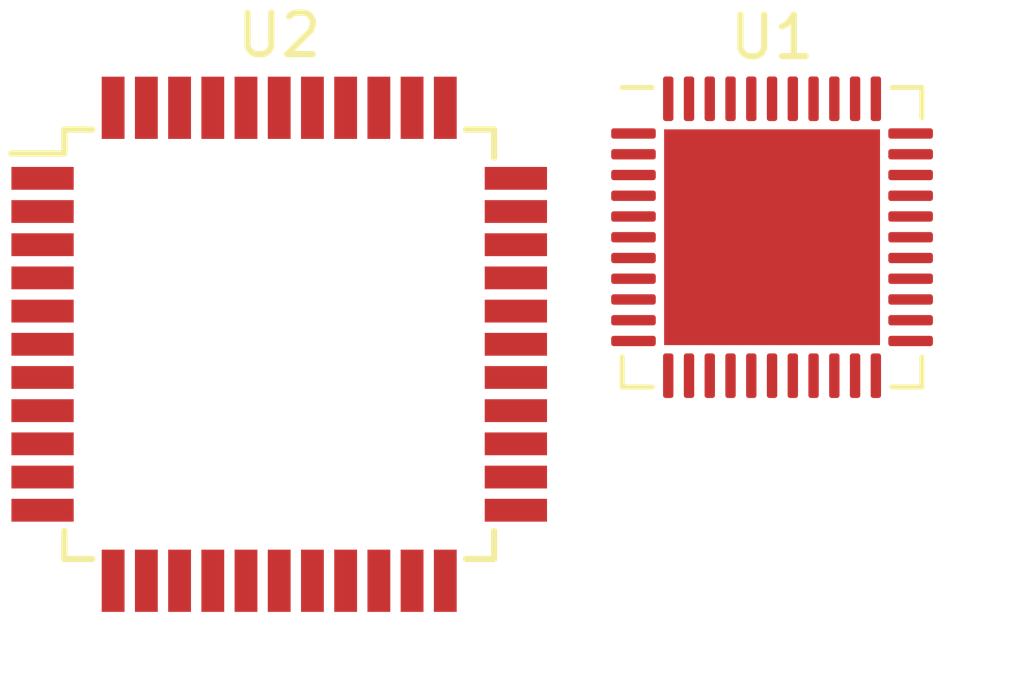
<source format=kicad_pcb>
(kicad_pcb (version 20211014) (generator pcbnew)
  (layers (0 "F.Cu" signal) (31 "B.Cu" signal) (34 "B.Paste" user) (35 "F.Paste" user) (36 "B.SilkS" user "B.Silkscreen") (37 "F.SilkS" user "F.Silkscreen") (38 "B.Mask" user) (39 "F.Mask" user) (44 "Edge.Cuts" user))
  (net 0 "")
  (net 14 "Net-(U1-Pad14)")
  (net 15 "Net-(U1-Pad15)")
  (net 23 "Net-(U1-Pad24)")
  (net 53 "Net-(U2-Pad14)")
  (net 54 "Net-(U2-Pad15)")
  (net 62 "Net-(U2-Pad24)")
  (footprint "Package_DFN_QFN:QFN-44-1EP_7x7mm_P0.5mm_EP5.2x5.2mm" (layer "F.Cu") (at 139.7 100.80625)
    (fp_text reference "U1" (at 0 -4.82) (layer "F.SilkS"))
    (fp_text value "ATmega32U4-M")
    (fp_line (start 2.885 -3.61) (end 3.61 -3.61) (layer "F.SilkS") (width 0.12))
    (fp_line (start -2.885 3.61) (end -3.61 3.61) (layer "F.SilkS") (width 0.12))
    (fp_line (start -3.61 3.61) (end -3.61 2.885) (layer "F.SilkS") (width 0.12))
    (fp_line (start 2.885 3.61) (end 3.61 3.61) (layer "F.SilkS") (width 0.12))
    (fp_line (start 3.61 -3.61) (end 3.61 -2.885) (layer "F.SilkS") (width 0.12))
    (fp_line (start -2.885 -3.61) (end -3.61 -3.61) (layer "F.SilkS") (width 0.12))
    (fp_line (start 3.61 3.61) (end 3.61 2.885) (layer "F.SilkS") (width 0.12))
    (pad "1" smd roundrect (at -3.3375 -2.5) (size 1.075 0.25) (layers "F.Cu" "F.Paste" "F.Mask"))
    (pad "2" smd roundrect (at -3.3375 -2) (size 1.075 0.25) (layers "F.Cu" "F.Paste" "F.Mask"))
    (pad "3" smd roundrect (at -3.3375 -1.5) (size 1.075 0.25) (layers "F.Cu" "F.Paste" "F.Mask"))
    (pad "4" smd roundrect (at -3.3375 -1) (size 1.075 0.25) (layers "F.Cu" "F.Paste" "F.Mask"))
    (pad "5" smd roundrect (at -3.3375 -0.5) (size 1.075 0.25) (layers "F.Cu" "F.Paste" "F.Mask"))
    (pad "6" smd roundrect (at -3.3375 0) (size 1.075 0.25) (layers "F.Cu" "F.Paste" "F.Mask"))
    (pad "7" smd roundrect (at -3.3375 0.5) (size 1.075 0.25) (layers "F.Cu" "F.Paste" "F.Mask"))
    (pad "8" smd roundrect (at -3.3375 1) (size 1.075 0.25) (layers "F.Cu" "F.Paste" "F.Mask"))
    (pad "9" smd roundrect (at -3.3375 1.5) (size 1.075 0.25) (layers "F.Cu" "F.Paste" "F.Mask"))
    (pad "10" smd roundrect (at -3.3375 2) (size 1.075 0.25) (layers "F.Cu" "F.Paste" "F.Mask"))
    (pad "11" smd roundrect (at -3.3375 2.5) (size 1.075 0.25) (layers "F.Cu" "F.Paste" "F.Mask"))
    (pad "12" smd roundrect (at -2.5 3.3375) (size 0.25 1.075) (layers "F.Cu" "F.Paste" "F.Mask"))
    (pad "13" smd roundrect (at -2 3.3375) (size 0.25 1.075) (layers "F.Cu" "F.Paste" "F.Mask"))
    (pad "14" smd roundrect (at -1.5 3.3375) (size 0.25 1.075) (layers "F.Cu" "F.Paste" "F.Mask") (net 14 "Net-(U1-Pad14)"))
    (pad "15" smd roundrect (at -1 3.3375) (size 0.25 1.075) (layers "F.Cu" "F.Paste" "F.Mask") (net 15 "Net-(U1-Pad15)"))
    (pad "16" smd roundrect (at -0.5 3.3375) (size 0.25 1.075) (layers "F.Cu" "F.Paste" "F.Mask"))
    (pad "17" smd roundrect (at 0 3.3375) (size 0.25 1.075) (layers "F.Cu" "F.Paste" "F.Mask"))
    (pad "18" smd roundrect (at 0.5 3.3375) (size 0.25 1.075) (layers "F.Cu" "F.Paste" "F.Mask"))
    (pad "19" smd roundrect (at 1 3.3375) (size 0.25 1.075) (layers "F.Cu" "F.Paste" "F.Mask"))
    (pad "20" smd roundrect (at 1.5 3.3375) (size 0.25 1.075) (layers "F.Cu" "F.Paste" "F.Mask"))
    (pad "21" smd roundrect (at 2 3.3375) (size 0.25 1.075) (layers "F.Cu" "F.Paste" "F.Mask"))
    (pad "22" smd roundrect (at 2.5 3.3375) (size 0.25 1.075) (layers "F.Cu" "F.Paste" "F.Mask"))
    (pad "23" smd roundrect (at 3.3375 2.5) (size 1.075 0.25) (layers "F.Cu" "F.Paste" "F.Mask") (net 15 "Net-(U1-Pad15)"))
    (pad "24" smd roundrect (at 3.3375 2) (size 1.075 0.25) (layers "F.Cu" "F.Paste" "F.Mask") (net 23 "Net-(U1-Pad24)"))
    (pad "25" smd roundrect (at 3.3375 1.5) (size 1.075 0.25) (layers "F.Cu" "F.Paste" "F.Mask"))
    (pad "26" smd roundrect (at 3.3375 1) (size 1.075 0.25) (layers "F.Cu" "F.Paste" "F.Mask"))
    (pad "27" smd roundrect (at 3.3375 0.5) (size 1.075 0.25) (layers "F.Cu" "F.Paste" "F.Mask"))
    (pad "28" smd roundrect (at 3.3375 0) (size 1.075 0.25) (layers "F.Cu" "F.Paste" "F.Mask"))
    (pad "29" smd roundrect (at 3.3375 -0.5) (size 1.075 0.25) (layers "F.Cu" "F.Paste" "F.Mask"))
    (pad "30" smd roundrect (at 3.3375 -1) (size 1.075 0.25) (layers "F.Cu" "F.Paste" "F.Mask"))
    (pad "31" smd roundrect (at 3.3375 -1.5) (size 1.075 0.25) (layers "F.Cu" "F.Paste" "F.Mask"))
    (pad "32" smd roundrect (at 3.3375 -2) (size 1.075 0.25) (layers "F.Cu" "F.Paste" "F.Mask"))
    (pad "33" smd roundrect (at 3.3375 -2.5) (size 1.075 0.25) (layers "F.Cu" "F.Paste" "F.Mask"))
    (pad "34" smd roundrect (at 2.5 -3.3375) (size 0.25 1.075) (layers "F.Cu" "F.Paste" "F.Mask") (net 14 "Net-(U1-Pad14)"))
    (pad "35" smd roundrect (at 2 -3.3375) (size 0.25 1.075) (layers "F.Cu" "F.Paste" "F.Mask") (net 15 "Net-(U1-Pad15)"))
    (pad "36" smd roundrect (at 1.5 -3.3375) (size 0.25 1.075) (layers "F.Cu" "F.Paste" "F.Mask"))
    (pad "37" smd roundrect (at 1 -3.3375) (size 0.25 1.075) (layers "F.Cu" "F.Paste" "F.Mask"))
    (pad "38" smd roundrect (at 0.5 -3.3375) (size 0.25 1.075) (layers "F.Cu" "F.Paste" "F.Mask"))
    (pad "39" smd roundrect (at 0 -3.3375) (size 0.25 1.075) (layers "F.Cu" "F.Paste" "F.Mask"))
    (pad "40" smd roundrect (at -0.5 -3.3375) (size 0.25 1.075) (layers "F.Cu" "F.Paste" "F.Mask"))
    (pad "41" smd roundrect (at -1 -3.3375) (size 0.25 1.075) (layers "F.Cu" "F.Paste" "F.Mask"))
    (pad "42" smd roundrect (at -1.5 -3.3375) (size 0.25 1.075) (layers "F.Cu" "F.Paste" "F.Mask"))
    (pad "43" smd roundrect (at -2 -3.3375) (size 0.25 1.075) (layers "F.Cu" "F.Paste" "F.Mask") (net 15 "Net-(U1-Pad15)"))
    (pad "44" smd roundrect (at -2.5 -3.3375) (size 0.25 1.075) (layers "F.Cu" "F.Paste" "F.Mask") (net 23 "Net-(U1-Pad24)"))
    (pad "45" smd rect (at 0 0) (size 5.2 5.2) (layers "F.Cu" "F.Mask") (net 15 "Net-(U1-Pad15)"))
  )
  (footprint "Package_QFP:TQFP-44_10x10mm_P0.8mm" (layer "F.Cu") (at 127.83 103.38625)
    (fp_text reference "U2" (at 0 -7.45) (layer "F.SilkS"))
    (fp_text value "ATmega32U4-A")
    (fp_line (start 5.175 -5.175) (end 4.5 -5.175) (layer "F.SilkS") (width 0.15))
    (fp_line (start -5.175 5.175) (end -5.175 4.5) (layer "F.SilkS") (width 0.15))
    (fp_line (start -5.175 -4.6) (end -6.45 -4.6) (layer "F.SilkS") (width 0.15))
    (fp_line (start -5.175 -5.175) (end -5.175 -4.6) (layer "F.SilkS") (width 0.15))
    (fp_line (start 5.175 5.175) (end 4.5 5.175) (layer "F.SilkS") (width 0.15))
    (fp_line (start 5.175 5.175) (end 5.175 4.5) (layer "F.SilkS") (width 0.15))
    (fp_line (start -5.175 5.175) (end -4.5 5.175) (layer "F.SilkS") (width 0.15))
    (fp_line (start 5.175 -5.175) (end 5.175 -4.5) (layer "F.SilkS") (width 0.15))
    (fp_line (start -5.175 -5.175) (end -4.5 -5.175) (layer "F.SilkS") (width 0.15))
    (pad "1" smd rect (at -5.7 -4) (size 1.5 0.55) (layers "F.Cu" "F.Paste" "F.Mask"))
    (pad "2" smd rect (at -5.7 -3.2) (size 1.5 0.55) (layers "F.Cu" "F.Paste" "F.Mask"))
    (pad "3" smd rect (at -5.7 -2.4) (size 1.5 0.55) (layers "F.Cu" "F.Paste" "F.Mask"))
    (pad "4" smd rect (at -5.7 -1.6) (size 1.5 0.55) (layers "F.Cu" "F.Paste" "F.Mask"))
    (pad "5" smd rect (at -5.7 -0.8) (size 1.5 0.55) (layers "F.Cu" "F.Paste" "F.Mask"))
    (pad "6" smd rect (at -5.7 0) (size 1.5 0.55) (layers "F.Cu" "F.Paste" "F.Mask"))
    (pad "7" smd rect (at -5.7 0.8) (size 1.5 0.55) (layers "F.Cu" "F.Paste" "F.Mask"))
    (pad "8" smd rect (at -5.7 1.6) (size 1.5 0.55) (layers "F.Cu" "F.Paste" "F.Mask"))
    (pad "9" smd rect (at -5.7 2.4) (size 1.5 0.55) (layers "F.Cu" "F.Paste" "F.Mask"))
    (pad "10" smd rect (at -5.7 3.2) (size 1.5 0.55) (layers "F.Cu" "F.Paste" "F.Mask"))
    (pad "11" smd rect (at -5.7 4) (size 1.5 0.55) (layers "F.Cu" "F.Paste" "F.Mask"))
    (pad "12" smd rect (at -4 5.7 90) (size 1.5 0.55) (layers "F.Cu" "F.Paste" "F.Mask"))
    (pad "13" smd rect (at -3.2 5.7 90) (size 1.5 0.55) (layers "F.Cu" "F.Paste" "F.Mask"))
    (pad "14" smd rect (at -2.4 5.7 90) (size 1.5 0.55) (layers "F.Cu" "F.Paste" "F.Mask") (net 53 "Net-(U2-Pad14)"))
    (pad "15" smd rect (at -1.6 5.7 90) (size 1.5 0.55) (layers "F.Cu" "F.Paste" "F.Mask") (net 54 "Net-(U2-Pad15)"))
    (pad "16" smd rect (at -0.8 5.7 90) (size 1.5 0.55) (layers "F.Cu" "F.Paste" "F.Mask"))
    (pad "17" smd rect (at 0 5.7 90) (size 1.5 0.55) (layers "F.Cu" "F.Paste" "F.Mask"))
    (pad "18" smd rect (at 0.8 5.7 90) (size 1.5 0.55) (layers "F.Cu" "F.Paste" "F.Mask"))
    (pad "19" smd rect (at 1.6 5.7 90) (size 1.5 0.55) (layers "F.Cu" "F.Paste" "F.Mask"))
    (pad "20" smd rect (at 2.4 5.7 90) (size 1.5 0.55) (layers "F.Cu" "F.Paste" "F.Mask"))
    (pad "21" smd rect (at 3.2 5.7 90) (size 1.5 0.55) (layers "F.Cu" "F.Paste" "F.Mask"))
    (pad "22" smd rect (at 4 5.7 90) (size 1.5 0.55) (layers "F.Cu" "F.Paste" "F.Mask"))
    (pad "23" smd rect (at 5.7 4) (size 1.5 0.55) (layers "F.Cu" "F.Paste" "F.Mask") (net 54 "Net-(U2-Pad15)"))
    (pad "24" smd rect (at 5.7 3.2) (size 1.5 0.55) (layers "F.Cu" "F.Paste" "F.Mask") (net 62 "Net-(U2-Pad24)"))
    (pad "25" smd rect (at 5.7 2.4) (size 1.5 0.55) (layers "F.Cu" "F.Paste" "F.Mask"))
    (pad "26" smd rect (at 5.7 1.6) (size 1.5 0.55) (layers "F.Cu" "F.Paste" "F.Mask"))
    (pad "27" smd rect (at 5.7 0.8) (size 1.5 0.55) (layers "F.Cu" "F.Paste" "F.Mask"))
    (pad "28" smd rect (at 5.7 0) (size 1.5 0.55) (layers "F.Cu" "F.Paste" "F.Mask"))
    (pad "29" smd rect (at 5.7 -0.8) (size 1.5 0.55) (layers "F.Cu" "F.Paste" "F.Mask"))
    (pad "30" smd rect (at 5.7 -1.6) (size 1.5 0.55) (layers "F.Cu" "F.Paste" "F.Mask"))
    (pad "31" smd rect (at 5.7 -2.4) (size 1.5 0.55) (layers "F.Cu" "F.Paste" "F.Mask"))
    (pad "32" smd rect (at 5.7 -3.2) (size 1.5 0.55) (layers "F.Cu" "F.Paste" "F.Mask"))
    (pad "33" smd rect (at 5.7 -4) (size 1.5 0.55) (layers "F.Cu" "F.Paste" "F.Mask"))
    (pad "34" smd rect (at 4 -5.7 90) (size 1.5 0.55) (layers "F.Cu" "F.Paste" "F.Mask") (net 53 "Net-(U2-Pad14)"))
    (pad "35" smd rect (at 3.2 -5.7 90) (size 1.5 0.55) (layers "F.Cu" "F.Paste" "F.Mask") (net 54 "Net-(U2-Pad15)"))
    (pad "36" smd rect (at 2.4 -5.7 90) (size 1.5 0.55) (layers "F.Cu" "F.Paste" "F.Mask"))
    (pad "37" smd rect (at 1.6 -5.7 90) (size 1.5 0.55) (layers "F.Cu" "F.Paste" "F.Mask"))
    (pad "38" smd rect (at 0.8 -5.7 90) (size 1.5 0.55) (layers "F.Cu" "F.Paste" "F.Mask"))
    (pad "39" smd rect (at 0 -5.7 90) (size 1.5 0.55) (layers "F.Cu" "F.Paste" "F.Mask"))
    (pad "40" smd rect (at -0.8 -5.7 90) (size 1.5 0.55) (layers "F.Cu" "F.Paste" "F.Mask"))
    (pad "41" smd rect (at -1.6 -5.7 90) (size 1.5 0.55) (layers "F.Cu" "F.Paste" "F.Mask"))
    (pad "42" smd rect (at -2.4 -5.7 90) (size 1.5 0.55) (layers "F.Cu" "F.Paste" "F.Mask"))
    (pad "43" smd rect (at -3.2 -5.7 90) (size 1.5 0.55) (layers "F.Cu" "F.Paste" "F.Mask") (net 54 "Net-(U2-Pad15)"))
    (pad "44" smd rect (at -4 -5.7 90) (size 1.5 0.55) (layers "F.Cu" "F.Paste" "F.Mask") (net 62 "Net-(U2-Pad24)"))
  )
)
</source>
